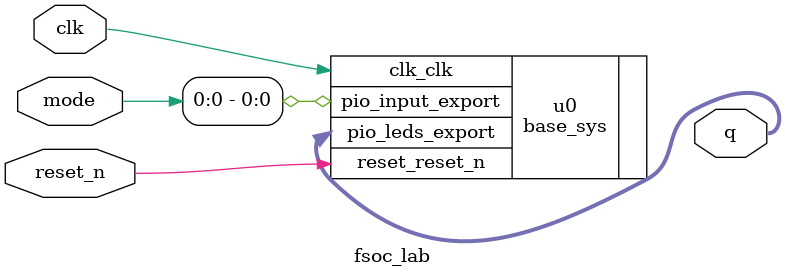
<source format=sv>

module fsoc_lab(
	(* chip_pin = "M8" *) input logic clk,
	(* chip_pin = "J21" *) input logic reset_n,
	(* chip_pin = "H21, H22" *) input logic [1:0] mode,
	(* chip_pin = "C5, B4, A5, C4, B7, A6, C8, C7" *) output logic [7:0] q
	);
	
	
	// Instantiate your Nios II core here in interconnect it with the top-level
	// I/O signals ...
	base_sys u0 (
		.clk_clk          (clk),          //       clk.clk
		.reset_reset_n    (reset_n),    //     reset.reset_n
		.pio_leds_export  (q),  //  pio_leds.export
		.pio_input_export (mode[0])  // pio_input.export
	);
	
	
endmodule
</source>
